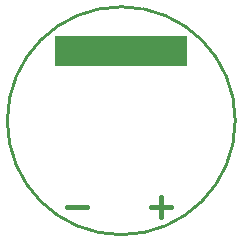
<source format=gto>
%FSLAX25Y25*%
%MOIN*%
G70*
G01*
G75*
G04 Layer_Color=65535*
%ADD10R,0.04724X0.02638*%
%ADD11R,0.01969X0.01969*%
%ADD12C,0.02362*%
%ADD13C,0.02500*%
%ADD14C,0.00787*%
%ADD15C,0.08000*%
%ADD16C,0.18000*%
%ADD17C,0.01969*%
%ADD18C,0.02953*%
%ADD19C,0.00800*%
%ADD20C,0.01200*%
%ADD21C,0.01000*%
%ADD22C,0.01500*%
G36*
X50000Y18000D02*
X6000D01*
Y28000D01*
X50000D01*
Y18000D01*
D02*
G37*
D21*
X66000Y-394D02*
G03*
X66000Y-394I-38000J0D01*
G01*
D22*
X38000Y-29002D02*
X44664D01*
X41332Y-25669D02*
Y-32334D01*
X10000Y-29002D02*
X16665D01*
M02*

</source>
